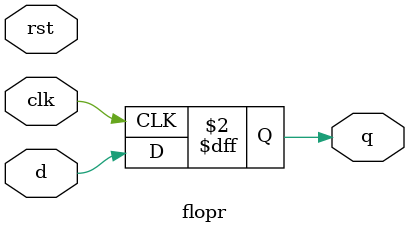
<source format=v>

module flopr(d, q, clk, rst);
  
  parameter bit=1;
  
  input [bit-1:0] d;
  input clk;
  input rst;
  output reg [bit-1:0] q;
  
  always @ (posedge clk)
  begin
    q <= d;
  end
  
endmodule
</source>
